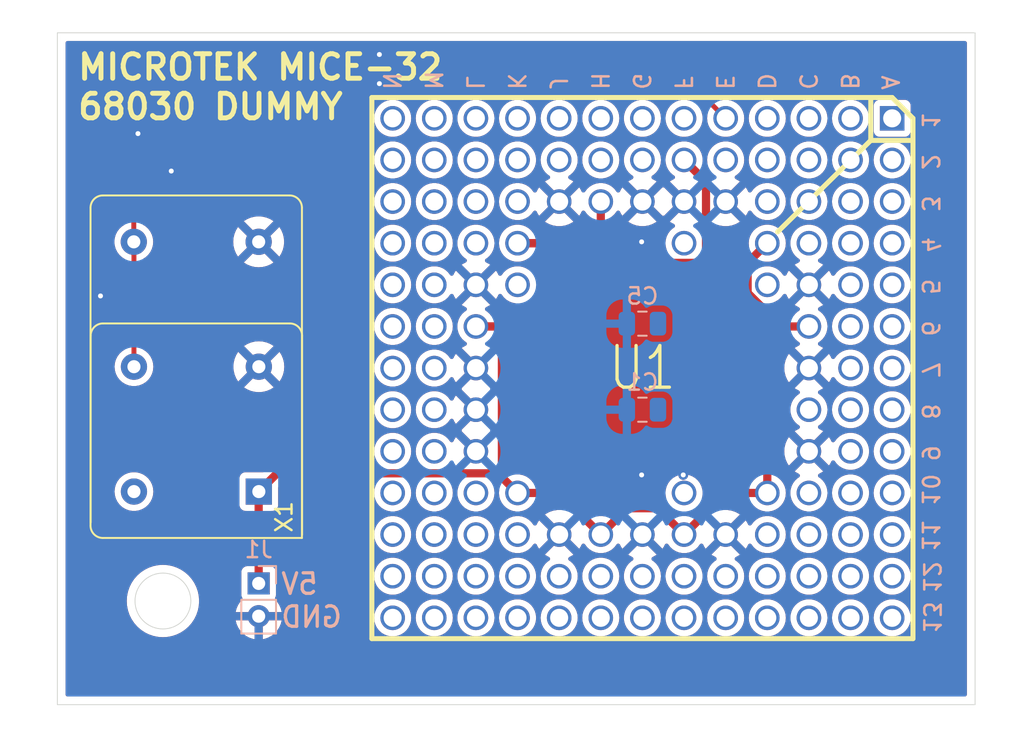
<source format=kicad_pcb>
(kicad_pcb (version 20240108) (generator "pcbnew") (generator_version "8.0")
  (layers (0 "F.Cu" signal) (31 "B.Cu" signal) (34 "B.Paste" user) (35 "F.Paste" user) (36 "B.SilkS" user "B.Silkscreen") (37 "F.SilkS" user "F.Silkscreen") (38 "B.Mask" user) (39 "F.Mask" user) (44 "Edge.Cuts" user))
  (net 0 "")
  (net 1 "GND")
  (net 2 "+5V")
  (net 100 "/CLK")
  (footprint "SockeBooster:Oscillator_DIP-8_DIP-14" (layer "F.Cu") (at 113.294 94.996 90)
    (property "Reference" "X1" (at -1.54 1.54 90) (layer "F.SilkS"))
    (property "Value" "50.350MHZ")
    (fp_line (start 17.32 -10.27) (end -2.08 -10.27) (stroke (width 0.12)) (layer "F.SilkS"))
    (fp_line (start 9.51 -10.26) (end -1.89 -10.26) (stroke (width 0.12)) (layer "F.SilkS"))
    (fp_line (start -2.83 -9.52) (end -2.83 2.63) (stroke (width 0.12)) (layer "F.SilkS"))
    (fp_line (start 18.07 1.88) (end 18.07 -9.52) (stroke (width 0.12)) (layer "F.SilkS"))
    (fp_line (start 10.26 1.89) (end 10.26 -9.51) (stroke (width 0.12)) (layer "F.SilkS"))
    (fp_line (start -2.83 2.63) (end 17.32 2.63) (stroke (width 0.12)) (layer "F.SilkS"))
    (fp_line (start -2.64 2.64) (end 9.51 2.64) (stroke (width 0.12)) (layer "F.SilkS"))
    (fp_arc (start 17.32 -10.27) (mid 17.85033 -10.05033) (end 18.07 -9.52) (stroke (width 0.12)) (layer "F.SilkS"))
    (fp_arc (start 9.51 -10.26) (mid 10.04033 -10.04033) (end 10.26 -9.51) (stroke (width 0.12)) (layer "F.SilkS"))
    (fp_arc (start -2.83 -9.52) (mid -2.61033 -10.05033) (end -2.08 -10.27) (stroke (width 0.12)) (layer "F.SilkS"))
    (fp_arc (start 18.07 1.88) (mid 17.85033 2.41033) (end 17.32 2.63) (stroke (width 0.12)) (layer "F.SilkS"))
    (fp_arc (start 10.26 1.89) (mid 10.04033 2.42033) (end 9.51 2.64) (stroke (width 0.12)) (layer "F.SilkS"))
    (pad "1" thru_hole rect (at 0 0 90) (size 1.6 1.6) (drill 0.8) (layers "*.Cu" "*.Mask") (net 2 "+5V"))
    (pad "4" thru_hole circle (at 7.62 0 90) (size 1.6 1.6) (drill 0.8) (layers "*.Cu" "*.Mask") (net 1 "GND"))
    (pad "4" thru_hole circle (at 15.24 -0.01 90) (size 1.6 1.6) (drill 0.8) (layers "*.Cu" "*.Mask") (net 1 "GND"))
    (pad "5" thru_hole circle (at 7.62 -7.62 90) (size 1.6 1.6) (drill 0.8) (layers "*.Cu" "*.Mask") (net 100 "/CLK"))
    (pad "5" thru_hole circle (at 15.24 -7.63 90) (size 1.6 1.6) (drill 0.8) (layers "*.Cu" "*.Mask") (net 100 "/CLK"))
    (pad "8" thru_hole circle (at 0 -7.62 90) (size 1.6 1.6) (drill 0.8) (layers "*.Cu" "*.Mask") (net 2 "+5V"))
  )
  (footprint "SockeBooster:PGA-128-LgHoles-Labels" (layer "F.Cu") (at 136.7 87.46 180)
    (property "Reference" "U1" (at 0 0 0) (layer "F.SilkS") (effects (font (size 2.54 2.032) (thickness 0.2032))))
    (property "Value" "MC68030RC_PGA" (hide yes))
    (fp_line (start 16.51 16.51) (end 16.51 -16.51) (stroke (width 0.3048)) (layer "F.SilkS"))
    (fp_line (start 16.51 -16.51) (end -16.51 -16.51) (stroke (width 0.3048)) (layer "F.SilkS"))
    (fp_line (start -13.932776 16.43165) (end -13.932776 13.89165) (stroke (width 0.3048)) (layer "F.SilkS"))
    (fp_line (start -13.932776 13.89165) (end -8.255651 8.313437) (stroke (width 0.3048)) (layer "F.SilkS"))
    (fp_line (start -15.24 16.51) (end 16.51 16.51) (stroke (width 0.3048)) (layer "F.SilkS"))
    (fp_line (start -15.24 16.51) (end -16.51 15.24) (stroke (width 0.3048)) (layer "F.SilkS"))
    (fp_line (start -16.472776 13.89165) (end -13.932776 13.89165) (stroke (width 0.3048)) (layer "F.SilkS"))
    (fp_line (start -16.51 -16.51) (end -16.51 15.24) (stroke (width 0.3048)) (layer "F.SilkS"))
    (fp_text user "5" (at -16.984585 4.384618 -90) (layer "B.SilkS") (effects (font (thickness 0.153)) (justify left bottom mirror)))
    (fp_text user "E" (at -4.429565 16.890235 -90) (layer "B.SilkS") (effects (font (thickness 0.153)) (justify left bottom mirror)))
    (fp_text user "13" (at -17.068975 -16.257638 -90) (layer "B.SilkS") (effects (font (thickness 0.153)) (justify left bottom mirror)))
    (fp_text user "D" (at -6.969565 16.890235 -90) (layer "B.SilkS") (effects (font (thickness 0.153)) (justify left bottom mirror)))
    (fp_text user "H" (at 3.190435 16.890235 -90) (layer "B.SilkS") (effects (font (thickness 0.153)) (justify left bottom mirror)))
    (fp_text user "L" (at 10.810435 16.890235 -90) (layer "B.SilkS") (effects (font (thickness 0.153)) (justify left bottom mirror)))
    (fp_text user "4" (at -16.984585 6.924618 -90) (layer "B.SilkS") (effects (font (thickness 0.153)) (justify left bottom mirror)))
    (fp_text user "10" (at -16.984585 -8.466 -90) (layer "B.SilkS") (effects (font (thickness 0.153)) (justify left bottom mirror)))
    (fp_text user "3" (at -16.984585 9.464618 -90) (layer "B.SilkS") (effects (font (thickness 0.153)) (justify left bottom mirror)))
    (fp_text user "11" (at -16.984585 -11.26 -90) (layer "B.SilkS") (effects (font (thickness 0.153)) (justify left bottom mirror)))
    (fp_text user "C" (at -9.509565 16.890235 -90) (layer "B.SilkS") (effects (font (thickness 0.153)) (justify left bottom mirror)))
    (fp_text user "9" (at -16.984585 -5.775382 -90) (layer "B.SilkS") (effects (font (thickness 0.153)) (justify left bottom mirror)))
    (fp_text user "7" (at -16.984585 -0.695382 -90) (layer "B.SilkS") (effects (font (thickness 0.153)) (justify left bottom mirror)))
    (fp_text user "G" (at 0.650435 16.890235 -90) (layer "B.SilkS") (effects (font (thickness 0.153)) (justify left bottom mirror)))
    (fp_text user "6" (at -16.984585 1.844618 -90) (layer "B.SilkS") (effects (font (thickness 0.153)) (justify left bottom mirror)))
    (fp_text user "K" (at 8.270435 16.890235 -90) (layer "B.SilkS") (effects (font (thickness 0.153)) (justify left bottom mirror)))
    (fp_text user "M" (at 13.350435 16.890235 -90) (layer "B.SilkS") (effects (font (thickness 0.153)) (justify left bottom mirror)))
    (fp_text user "B" (at -12.049565 16.890235 -90) (layer "B.SilkS") (effects (font (thickness 0.153)) (justify left bottom mirror)))
    (fp_text user "1" (at -16.984585 14.544618 -90) (layer "B.SilkS") (effects (font (thickness 0.153)) (justify left bottom mirror)))
    (fp_text user "12" (at -17.066 -13.8 -90) (layer "B.SilkS") (effects (font (thickness 0.153)) (justify left bottom mirror)))
    (fp_text user "2" (at -16.984585 12.004618 -90) (layer "B.SilkS") (effects (font (thickness 0.153)) (justify left bottom mirror)))
    (fp_text user "A" (at -14.514565 16.890235 -90) (layer "B.SilkS") (effects (font (thickness 0.153)) (justify left bottom mirror)))
    (fp_text user "F" (at -1.889565 16.890235 -90) (layer "B.SilkS") (effects (font (thickness 0.153)) (justify left bottom mirror)))
    (fp_text user "8" (at -16.984585 -3.235382 -90) (layer "B.SilkS") (effects (font (thickness 0.153)) (justify left bottom mirror)))
    (fp_text user "J" (at 5.730435 16.890235 -90) (layer "B.SilkS") (effects (font (thickness 0.153)) (justify left bottom mirror)))
    (fp_text user "N" (at 15.890435 16.890235 -90) (layer "B.SilkS") (effects (font (thickness 0.153)) (justify left bottom mirror)))
    (pad "A1" thru_hole rect (at -15.24 15.24 90) (size 1.5 1.5) (drill 1.1) (layers "*.Cu" "*.Mask"))
    (pad "A2" thru_hole circle (at -15.24 12.7 90) (size 1.5 1.5) (drill 1.1) (layers "*.Cu" "*.Mask"))
    (pad "A3" thru_hole circle (at -15.24 10.16 90) (size 1.5 1.5) (drill 1.1) (layers "*.Cu" "*.Mask"))
    (pad "A4" thru_hole circle (at -15.24 7.62 90) (size 1.5 1.5) (drill 1.1) (layers "*.Cu" "*.Mask"))
    (pad "A5" thru_hole circle (at -15.24 5.08 90) (size 1.5 1.5) (drill 1.1) (layers "*.Cu" "*.Mask"))
    (pad "A6" thru_hole circle (at -15.24 2.54 90) (size 1.5 1.5) (drill 1.1) (layers "*.Cu" "*.Mask"))
    (pad "A7" thru_hole circle (at -15.24 0 90) (size 1.5 1.5) (drill 1.1) (layers "*.Cu" "*.Mask"))
    (pad "A8" thru_hole circle (at -15.24 -2.54 90) (size 1.5 1.5) (drill 1.1) (layers "*.Cu" "*.Mask"))
    (pad "A9" thru_hole circle (at -15.24 -5.08 90) (size 1.5 1.5) (drill 1.1) (layers "*.Cu" "*.Mask"))
    (pad "A10" thru_hole circle (at -15.24 -7.62 90) (size 1.5 1.5) (drill 1.1) (layers "*.Cu" "*.Mask"))
    (pad "A11" thru_hole circle (at -15.24 -10.16 90) (size 1.5 1.5) (drill 1.1) (layers "*.Cu" "*.Mask"))
    (pad "A12" thru_hole circle (at -15.24 -12.7 90) (size 1.5 1.5) (drill 1.1) (layers "*.Cu" "*.Mask"))
    (pad "A13" thru_hole circle (at -15.24 -15.24 90) (size 1.5 1.5) (drill 1.1) (layers "*.Cu" "*.Mask"))
    (pad "B1" thru_hole circle (at -12.7 15.24 90) (size 1.5 1.5) (drill 1.1) (layers "*.Cu" "*.Mask"))
    (pad "B2" thru_hole circle (at -12.7 12.7 90) (size 1.5 1.5) (drill 1.1) (layers "*.Cu" "*.Mask"))
    (pad "B3" thru_hole circle (at -12.7 10.16 90) (size 1.5 1.5) (drill 1.1) (layers "*.Cu" "*.Mask"))
    (pad "B4" thru_hole circle (at -12.7 7.62 90) (size 1.5 1.5) (drill 1.1) (layers "*.Cu" "*.Mask"))
    (pad "B5" thru_hole circle (at -12.7 5.08 90) (size 1.5 1.5) (drill 1.1) (layers "*.Cu" "*.Mask"))
    (pad "B6" thru_hole circle (at -12.7 2.54 90) (size 1.5 1.5) (drill 1.1) (layers "*.Cu" "*.Mask"))
    (pad "B7" thru_hole circle (at -12.7 0 90) (size 1.5 1.5) (drill 1.1) (layers "*.Cu" "*.Mask"))
    (pad "B8" thru_hole circle (at -12.7 -2.54 90) (size 1.5 1.5) (drill 1.1) (layers "*.Cu" "*.Mask"))
    (pad "B9" thru_hole circle (at -12.7 -5.08 90) (size 1.5 1.5) (drill 1.1) (layers "*.Cu" "*.Mask"))
    (pad "B10" thru_hole circle (at -12.7 -7.62 90) (size 1.5 1.5) (drill 1.1) (layers "*.Cu" "*.Mask"))
    (pad "B11" thru_hole circle (at -12.7 -10.16 90) (size 1.5 1.5) (drill 1.1) (layers "*.Cu" "*.Mask"))
    (pad "B12" thru_hole circle (at -12.7 -12.7 90) (size 1.5 1.5) (drill 1.1) (layers "*.Cu" "*.Mask"))
    (pad "B13" thru_hole circle (at -12.7 -15.24 90) (size 1.5 1.5) (drill 1.1) (layers "*.Cu" "*.Mask"))
    (pad "C1" thru_hole circle (at -10.16 15.24 90) (size 1.5 1.5) (drill 1.1) (layers "*.Cu" "*.Mask"))
    (pad "C2" thru_hole circle (at -10.16 12.7 90) (size 1.5 1.5) (drill 1.1) (layers "*.Cu" "*.Mask"))
    (pad "C3" thru_hole circle (at -10.16 10.16 90) (size 1.5 1.5) (drill 1.1) (layers "*.Cu" "*.Mask"))
    (pad "C4" thru_hole circle (at -10.16 7.62 90) (size 1.5 1.5) (drill 1.1) (layers "*.Cu" "*.Mask"))
    (pad "C5" thru_hole circle (at -10.16 5.08 90) (size 1.5 1.5) (drill 1.1) (layers "*.Cu" "*.Mask") (net 1 "GND"))
    (pad "C6" thru_hole circle (at -10.16 2.54 90) (size 1.5 1.5) (drill 1.1) (layers "*.Cu" "*.Mask") (net 2 "+5V"))
    (pad "C7" thru_hole circle (at -10.16 0 90) (size 1.5 1.5) (drill 1.1) (layers "*.Cu" "*.Mask") (net 1 "GND"))
    (pad "C8" thru_hole circle (at -10.16 -2.54 90) (size 1.5 1.5) (drill 1.1) (layers "*.Cu" "*.Mask"))
    (pad "C9" thru_hole circle (at -10.16 -5.08 90) (size 1.5 1.5) (drill 1.1) (layers "*.Cu" "*.Mask") (net 1 "GND"))
    (pad "C10" thru_hole circle (at -10.16 -7.62 90) (size 1.5 1.5) (drill 1.1) (layers "*.Cu" "*.Mask"))
    (pad "C11" thru_hole circle (at -10.16 -10.16 90) (size 1.5 1.5) (drill 1.1) (layers "*.Cu" "*.Mask"))
    (pad "C12" thru_hole circle (at -10.16 -12.7 90) (size 1.5 1.5) (drill 1.1) (layers "*.Cu" "*.Mask"))
    (pad "C13" thru_hole circle (at -10.16 -15.24 90) (size 1.5 1.5) (drill 1.1) (layers "*.Cu" "*.Mask"))
    (pad "D1" thru_hole circle (at -7.62 15.24 90) (size 1.5 1.5) (drill 1.1) (layers "*.Cu" "*.Mask"))
    (pad "D2" thru_hole circle (at -7.62 12.7 90) (size 1.5 1.5) (drill 1.1) (layers "*.Cu" "*.Mask"))
    (pad "D3" thru_hole circle (at -7.62 10.16 90) (size 1.5 1.5) (drill 1.1) (layers "*.Cu" "*.Mask"))
    (pad "D4" thru_hole circle (at -7.62 7.62 90) (size 1.5 1.5) (drill 1.1) (layers "*.Cu" "*.Mask") (net 2 "+5V"))
    (pad "D5" thru_hole circle (at -7.62 5.08 90) (size 1.5 1.5) (drill 1.1) (layers "*.Cu" "*.Mask"))
    (pad "D10" thru_hole circle (at -7.62 -7.62 90) (size 1.5 1.5) (drill 1.1) (layers "*.Cu" "*.Mask") (net 2 "+5V"))
    (pad "D11" thru_hole circle (at -7.62 -10.16 90) (size 1.5 1.5) (drill 1.1) (layers "*.Cu" "*.Mask"))
    (pad "D12" thru_hole circle (at -7.62 -12.7 90) (size 1.5 1.5) (drill 1.1) (layers "*.Cu" "*.Mask"))
    (pad "D13" thru_hole circle (at -7.62 -15.24 90) (size 1.5 1.5) (drill 1.1) (layers "*.Cu" "*.Mask"))
    (pad "E1" thru_hole circle (at -5.08 15.24 90) (size 1.5 1.5) (drill 1.1) (layers "*.Cu" "*.Mask") (net 100 "/CLK"))
    (pad "E2" thru_hole circle (at -5.08 12.7 90) (size 1.5 1.5) (drill 1.1) (layers "*.Cu" "*.Mask"))
    (pad "E3" thru_hole circle (at -5.08 10.16 90) (size 1.5 1.5) (drill 1.1) (layers "*.Cu" "*.Mask") (net 1 "GND"))
    (pad "E11" thru_hole circle (at -5.08 -10.16 90) (size 1.5 1.5) (drill 1.1) (layers "*.Cu" "*.Mask") (net 1 "GND"))
    (pad "E12" thru_hole circle (at -5.08 -12.7 90) (size 1.5 1.5) (drill 1.1) (layers "*.Cu" "*.Mask"))
    (pad "E13" thru_hole circle (at -5.08 -15.24 90) (size 1.5 1.5) (drill 1.1) (layers "*.Cu" "*.Mask"))
    (pad "F1" thru_hole circle (at -2.54 15.24 90) (size 1.5 1.5) (drill 1.1) (layers "*.Cu" "*.Mask"))
    (pad "F2" thru_hole circle (at -2.54 12.7 90) (size 1.5 1.5) (drill 1.1) (layers "*.Cu" "*.Mask") (net 2 "+5V"))
    (pad "F3" thru_hole circle (at -2.54 10.16 90) (size 1.5 1.5) (drill 1.1) (layers "*.Cu" "*.Mask") (net 1 "GND"))
    (pad "F4" thru_hole circle (at -2.54 7.62 90) (size 1.5 1.5) (drill 1.1) (layers "*.Cu" "*.Mask"))
    (pad "F10" thru_hole circle (at -2.54 -7.62 90) (size 1.5 1.5) (drill 1.1) (layers "*.Cu" "*.Mask"))
    (pad "F11" thru_hole circle (at -2.54 -10.16 90) (size 1.5 1.5) (drill 1.1) (layers "*.Cu" "*.Mask") (net 2 "+5V"))
    (pad "F12" thru_hole circle (at -2.54 -12.7 90) (size 1.5 1.5) (drill 1.1) (layers "*.Cu" "*.Mask"))
    (pad "F13" thru_hole circle (at -2.54 -15.24 90) (size 1.5 1.5) (drill 1.1) (layers "*.Cu" "*.Mask"))
    (pad "G1" thru_hole circle (at 0 15.24 90) (size 1.5 1.5) (drill 1.1) (layers "*.Cu" "*.Mask"))
    (pad "G2" thru_hole circle (at 0 12.7 90) (size 1.5 1.5) (drill 1.1) (layers "*.Cu" "*.Mask"))
    (pad "G3" thru_hole circle (at 0 10.16 90) (size 1.5 1.5) (drill 1.1) (layers "*.Cu" "*.Mask") (net 1 "GND"))
    (pad "G11" thru_hole circle (at 0 -10.16 90) (size 1.5 1.5) (drill 1.1) (layers "*.Cu" "*.Mask") (net 1 "GND"))
    (pad "G12" thru_hole circle (at 0 -12.7 90) (size 1.5 1.5) (drill 1.1) (layers "*.Cu" "*.Mask"))
    (pad "G13" thru_hole circle (at 0 -15.24 90) (size 1.5 1.5) (drill 1.1) (layers "*.Cu" "*.Mask"))
    (pad "H1" thru_hole circle (at 2.54 15.24 90) (size 1.5 1.5) (drill 1.1) (layers "*.Cu" "*.Mask"))
    (pad "H2" thru_hole circle (at 2.54 12.7 90) (size 1.5 1.5) (drill 1.1) (layers "*.Cu" "*.Mask"))
    (pad "H3" thru_hole circle (at 2.54 10.16 90) (size 1.5 1.5) (drill 1.1) (layers "*.Cu" "*.Mask") (net 2 "+5V"))
    (pad "H11" thru_hole circle (at 2.54 -10.16 90) (size 1.5 1.5) (drill 1.1) (layers "*.Cu" "*.Mask") (net 2 "+5V"))
    (pad "H12" thru_hole circle (at 2.54 -12.7 90) (size 1.5 1.5) (drill 1.1) (layers "*.Cu" "*.Mask"))
    (pad "H13" thru_hole circle (at 2.54 -15.24 90) (size 1.5 1.5) (drill 1.1) (layers "*.Cu" "*.Mask"))
    (pad "J1" thru_hole circle (at 5.08 15.24 90) (size 1.5 1.5) (drill 1.1) (layers "*.Cu" "*.Mask"))
    (pad "J2" thru_hole circle (at 5.08 12.7 90) (size 1.5 1.5) (drill 1.1) (layers "*.Cu" "*.Mask"))
    (pad "J3" thru_hole circle (at 5.08 10.16 90) (size 1.5 1.5) (drill 1.1) (layers "*.Cu" "*.Mask") (net 1 "GND"))
    (pad "J11" thru_hole circle (at 5.08 -10.16 90) (size 1.5 1.5) (drill 1.1) (layers "*.Cu" "*.Mask") (net 1 "GND"))
    (pad "J12" thru_hole circle (at 5.08 -12.7 90) (size 1.5 1.5) (drill 1.1) (layers "*.Cu" "*.Mask"))
    (pad "J13" thru_hole circle (at 5.08 -15.24 90) (size 1.5 1.5) (drill 1.1) (layers "*.Cu" "*.Mask"))
    (pad "K1" thru_hole circle (at 7.62 15.24 90) (size 1.5 1.5) (drill 1.1) (layers "*.Cu" "*.Mask"))
    (pad "K2" thru_hole circle (at 7.62 12.7 90) (size 1.5 1.5) (drill 1.1) (layers "*.Cu" "*.Mask"))
    (pad "K3" thru_hole circle (at 7.62 10.16 90) (size 1.5 1.5) (drill 1.1) (layers "*.Cu" "*.Mask"))
    (pad "K4" thru_hole circle (at 7.62 7.62 90) (size 1.5 1.5) (drill 1.1) (layers "*.Cu" "*.Mask") (net 2 "+5V"))
    (pad "K5" thru_hole circle (at 7.62 5.08 90) (size 1.5 1.5) (drill 1.1) (layers "*.Cu" "*.Mask"))
    (pad "K10" thru_hole circle (at 7.62 -7.62 90) (size 1.5 1.5) (drill 1.1) (layers "*.Cu" "*.Mask") (net 2 "+5V"))
    (pad "K11" thru_hole circle (at 7.62 -10.16 90) (size 1.5 1.5) (drill 1.1) (layers "*.Cu" "*.Mask"))
    (pad "K12" thru_hole circle (at 7.62 -12.7 90) (size 1.5 1.5) (drill 1.1) (layers "*.Cu" "*.Mask"))
    (pad "K13" thru_hole circle (at 7.62 -15.24 90) (size 1.5 1.5) (drill 1.1) (layers "*.Cu" "*.Mask"))
    (pad "L1" thru_hole circle (at 10.16 15.24 90) (size 1.5 1.5) (drill 1.1) (layers "*.Cu" "*.Mask"))
    (pad "L2" thru_hole circle (at 10.16 12.7 90) (size 1.5 1.5) (drill 1.1) (layers "*.Cu" "*.Mask"))
    (pad "L3" thru_hole circle (at 10.16 10.16 90) (size 1.5 1.5) (drill 1.1) (layers "*.Cu" "*.Mask"))
    (pad "L4" thru_hole circle (at 10.16 7.62 90) (size 1.5 1.5) (drill 1.1) (layers "*.Cu" "*.Mask"))
    (pad "L5" thru_hole circle (at 10.16 5.08 90) (size 1.5 1.5) (drill 1.1) (layers "*.Cu" "*.Mask") (net 1 "GND"))
    (pad "L6" thru_hole circle (at 10.16 2.54 90) (size 1.5 1.5) (drill 1.1) (layers "*.Cu" "*.Mask") (net 2 "+5V"))
    (pad "L7" thru_hole circle (at 10.16 0 90) (size 1.5 1.5) (drill 1.1) (layers "*.Cu" "*.Mask") (net 1 "GND"))
    (pad "L8" thru_hole circle (at 10.16 -2.54 90) (size 1.5 1.5) (drill 1.1) (layers "*.Cu" "*.Mask") (net 1 "GND"))
    (pad "L9" thru_hole circle (at 10.16 -5.08 90) (size 1.5 1.5) (drill 1.1) (layers "*.Cu" "*.Mask") (net 1 "GND"))
    (pad "L10" thru_hole circle (at 10.16 -7.62 90) (size 1.5 1.5) (drill 1.1) (layers "*.Cu" "*.Mask"))
    (pad "L11" thru_hole circle (at 10.16 -10.16 90) (size 1.5 1.5) (drill 1.1) (layers "*.Cu" "*.Mask"))
    (pad "L12" thru_hole circle (at 10.16 -12.7 90) (size 1.5 1.5) (drill 1.1) (layers "*.Cu" "*.Mask"))
    (pad "L13" thru_hole circle (at 10.16 -15.24 90) (size 1.5 1.5) (drill 1.1) (layers "*.Cu" "*.Mask"))
    (pad "M1" thru_hole circle (at 12.7 15.24 90) (size 1.5 1.5) (drill 1.1) (layers "*.Cu" "*.Mask"))
    (pad "M2" thru_hole circle (at 12.7 12.7 90) (size 1.5 1.5) (drill 1.1) (layers "*.Cu" "*.Mask"))
    (pad "M3" thru_hole circle (at 12.7 10.16 90) (size 1.5 1.5) (drill 1.1) (layers "*.Cu" "*.Mask"))
    (pad "M4" thru_hole circle (at 12.7 7.62 90) (size 1.5 1.5) (drill 1.1) (layers "*.Cu" "*.Mask"))
    (pad "M5" thru_hole circle (at 12.7 5.08 90) (size 1.5 1.5) (drill 1.1) (layers "*.Cu" "*.Mask"))
    (pad "M6" thru_hole circle (at 12.7 2.54 90) (size 1.5 1.5) (drill 1.1) (layers "*.Cu" "*.Mask"))
    (pad "M7" thru_hole circle (at 12.7 0 90) (size 1.5 1.5) (drill 1.1) (layers "*.Cu" "*.Mask"))
    (pad "M8" thru_hole circle (at 12.7 -2.54 90) (size 1.5 1.5) (drill 1.1) (layers "*.Cu" "*.Mask"))
    (pad "M9" thru_hole circle (at 12.7 -5.08 90) (size 1.5 1.5) (drill 1.1) (layers "*.Cu" "*.Mask"))
    (pad "M10" thru_hole circle (at 12.7 -7.62 90) (size 1.5 1.5) (drill 1.1) (layers "*.Cu" "*.Mask"))
    (pad "M11" thru_hole circle (at 12.7 -10.16 90) (size 1.5 1.5) (drill 1.1) (layers "*.Cu" "*.Mask"))
    (pad "M12" thru_hole circle (at 12.7 -12.7 90) (size 1.5 1.5) (drill 1.1) (layers "*.Cu" "*.Mask"))
    (pad "M13" thru_hole circle (at 12.7 -15.24 90) (size 1.5 1.5) (drill 1.1) (layers "*.Cu" "*.Mask"))
    (pad "N1" thru_hole circle (at 15.24 15.24 90) (size 1.5 1.5) (drill 1.1) (layers "*.Cu" "*.Mask"))
    (pad "N2" thru_hole circle (at 15.24 12.7 90) (size 1.5 1.5) (drill 1.1) (layers "*.Cu" "*.Mask"))
    (pad "N3" thru_hole circle (at 15.24 10.16 90) (size 1.5 1.5) (drill 1.1) (layers "*.Cu" "*.Mask"))
    (pad "N4" thru_hole circle (at 15.24 7.62 90) (size 1.5 1.5) (drill 1.1) (layers "*.Cu" "*.Mask"))
    (pad "N5" thru_hole circle (at 15.24 5.08 90) (size 1.5 1.5) (drill 1.1) (layers "*.Cu" "*.Mask"))
    (pad "N6" thru_hole circle (at 15.24 2.54 90) (size 1.5 1.5) (drill 1.1) (layers "*.Cu" "*.Mask"))
    (pad "N7" thru_hole circle (at 15.24 0 90) (size 1.5 1.5) (drill 1.1) (layers "*.Cu" "*.Mask"))
    (pad "N8" thru_hole circle (at 15.24 -2.54 90) (size 1.5 1.5) (drill 1.1) (layers "*.Cu" "*.Mask"))
    (pad "N9" thru_hole circle (at 15.24 -5.08 90) (size 1.5 1.5) (drill 1.1) (layers "*.Cu" "*.Mask"))
    (pad "N10" thru_hole circle (at 15.24 -7.62 90) (size 1.5 1.5) (drill 1.1) (layers "*.Cu" "*.Mask"))
    (pad "N11" thru_hole circle (at 15.24 -10.16 90) (size 1.5 1.5) (drill 1.1) (layers "*.Cu" "*.Mask"))
    (pad "N12" thru_hole circle (at 15.24 -12.7 90) (size 1.5 1.5) (drill 1.1) (layers "*.Cu" "*.Mask"))
    (pad "N13" thru_hole circle (at 15.24 -15.24 90) (size 1.5 1.5) (drill 1.1) (layers "*.Cu" "*.Mask"))
  )
  (footprint "Capacitor_SMD:C_0805_2012Metric" (layer "B.Cu") (at 136.7 90 180)
    (property "Reference" "C1" (at 0 1.68 0) (layer "B.SilkS") (effects (justify mirror)))
    (property "Value" "22uF")
    (fp_line (start 0.261252 0.735) (end -0.261252 0.735) (stroke (width 0.12)) (layer "B.SilkS"))
    (fp_line (start 0.261252 -0.735) (end -0.261252 -0.735) (stroke (width 0.12)) (layer "B.SilkS"))
    (pad "1" smd roundrect (at -0.95 0 180) (size 1 1.45) (layers "B.Cu" "B.Paste" "B.Mask") (net 2 "+5V"))
    (pad "2" smd roundrect (at 0.95 0 180) (size 1 1.45) (layers "B.Cu" "B.Paste" "B.Mask") (net 1 "GND"))
  )
  (footprint "Connector_PinHeader_2.00mm:PinHeader_1x02_P2.00mm_Vertical" (layer "B.Cu") (at 113.284 100.6 180)
    (property "Reference" "J1" (at 0 2.06 0) (layer "B.SilkS") (effects (justify mirror)))
    (property "Value" "Conn_01x02_Socket")
    (fp_line (start 1.06 -1) (end -1.06 -1) (stroke (width 0.12)) (layer "B.SilkS"))
    (fp_line (start 1.06 -3.06) (end 1.06 -1) (stroke (width 0.12)) (layer "B.SilkS"))
    (fp_line (start 1.06 -3.06) (end -1.06 -3.06) (stroke (width 0.12)) (layer "B.SilkS"))
    (fp_line (start 0 1.06) (end -1.06 1.06) (stroke (width 0.12)) (layer "B.SilkS"))
    (fp_line (start -1.06 1.06) (end -1.06 0) (stroke (width 0.12)) (layer "B.SilkS"))
    (fp_line (start -1.06 -3.06) (end -1.06 -1) (stroke (width 0.12)) (layer "B.SilkS"))
    (pad "1" thru_hole rect (at 0 0 180) (size 1.35 1.35) (drill 0.8) (layers "*.Cu" "*.Mask") (net 2 "+5V"))
    (pad "2" thru_hole oval (at 0 -2 180) (size 1.35 1.35) (drill 0.8) (layers "*.Cu" "*.Mask") (net 1 "GND"))
  )
  (footprint "Capacitor_SMD:C_0805_2012Metric" (layer "B.Cu") (at 136.7 84.75 180)
    (property "Reference" "C5" (at 0 1.68 0) (layer "B.SilkS") (effects (justify mirror)))
    (property "Value" "22uF")
    (fp_line (start 0.261252 0.735) (end -0.261252 0.735) (stroke (width 0.12)) (layer "B.SilkS"))
    (fp_line (start 0.261252 -0.735) (end -0.261252 -0.735) (stroke (width 0.12)) (layer "B.SilkS"))
    (pad "1" smd roundrect (at -0.95 0 180) (size 1 1.45) (layers "B.Cu" "B.Paste" "B.Mask") (net 2 "+5V"))
    (pad "2" smd roundrect (at 0.95 0 180) (size 1 1.45) (layers "B.Cu" "B.Paste" "B.Mask") (net 1 "GND"))
  )
  (gr_rect (start 101 67) (end 157 108) (stroke (width 0.05)) (fill none) (layer "Edge.Cuts"))
  (gr_circle (center 107.442 101.674117) (end 106.68 103.198117) (stroke (width 0.05)) (fill none) (layer "Edge.Cuts"))
  (gr_text "5V\nGND" (at 114.554 103.378 0) (layer "B.SilkS") (effects (font (size 1.25 1.2) (thickness 0.2) (bold yes)) (justify right bottom mirror)))
  (gr_text "MICROTEK MICE-32 \n68030 DUMMY" (at 102.108 72.39 0) (layer "F.SilkS") (effects (font (size 1.5 1.5) (thickness 0.3)) (justify left bottom)))
  (via (at 120.65 70.104) (size 0.6) (drill 0.3) (layers "F.Cu" "B.Cu") (net 1))
  (via (at 139.192 79.756) (size 0.6) (drill 0.3) (layers "F.Cu" "B.Cu") (net 1))
  (via (at 105.918 73.152) (size 0.6) (drill 0.3) (layers "F.Cu" "B.Cu") (net 1))
  (via (at 136.652 93.98) (size 0.6) (drill 0.3) (layers "F.Cu" "B.Cu") (net 1))
  (via (at 120.65 68.326) (size 0.6) (drill 0.3) (layers "F.Cu" "B.Cu") (net 1))
  (via (at 107.95 75.438) (size 0.6) (drill 0.3) (layers "F.Cu" "B.Cu") (net 1))
  (via (at 136.652 79.756) (size 0.6) (drill 0.3) (layers "F.Cu" "B.Cu") (net 1))
  (via (at 139.192 93.98) (size 0.6) (drill 0.3) (layers "F.Cu" "B.Cu") (net 1))
  (via (at 103.632 83.058) (size 0.6) (drill 0.3) (layers "F.Cu" "B.Cu") (net 1))
  (segment (start 128.125 85.029) (end 128.125 94.125) (width 0.5) (layer "F.Cu") (net 2))
  (segment (start 114.41 93.88) (end 127.88 93.88) (width 0.5) (layer "F.Cu") (net 2))
  (segment (start 140.58 80.904) (end 140.58 76.1) (width 0.5) (layer "F.Cu") (net 2))
  (segment (start 140.716 81.04) (end 140.58 80.904) (width 0.5) (layer "F.Cu") (net 2))
  (segment (start 131.62 95.08) (end 134.16 97.62) (width 0.5) (layer "F.Cu") (net 2))
  (segment (start 141.78 95.08) (end 144.32 95.08) (width 0.5) (layer "F.Cu") (net 2))
  (segment (start 126.54 84.92) (end 128.016 84.92) (width 0.5) (layer "F.Cu") (net 2))
  (segment (start 129.08 95.08) (end 131.62 95.08) (width 0.5) (layer "F.Cu") (net 2))
  (segment (start 143.12 82.877057) (end 143.12 81.04) (width 0.5) (layer "F.Cu") (net 2))
  (segment (start 135.768 96.012) (end 137.632 96.012) (width 0.5) (layer "F.Cu") (net 2))
  (segment (start 128.016 84.92) (end 128.125 85.029) (width 0.5) (layer "F.Cu") (net 2))
  (segment (start 143.12 81.04) (end 140.716 81.04) (width 0.5) (layer "F.Cu") (net 2))
  (segment (start 129.08 79.84) (end 134.124 79.84) (width 0.5) (layer "F.Cu") (net 2))
  (segment (start 134.16 79.804) (end 134.16 78.486) (width 0.5) (layer "F.Cu") (net 2))
  (segment (start 145.162943 84.92) (end 143.12 82.877057) (width 0.5) (layer "F.Cu") (net 2))
  (segment (start 130.556 79.84) (end 130.556 83.058) (width 0.5) (layer "F.Cu") (net 2))
  (segment (start 134.16 78.486) (end 134.16 77.3) (width 0.5) (layer "F.Cu") (net 2))
  (segment (start 128.694 84.92) (end 126.54 84.92) (width 0.5) (layer "F.Cu") (net 2))
  (segment (start 139.24 97.62) (end 141.78 95.08) (width 0.5) (layer "F.Cu") (net 2))
  (segment (start 134.16 97.62) (end 135.768 96.012) (width 0.5) (layer "F.Cu") (net 2))
  (segment (start 144.32 85.762943) (end 145.162943 84.92) (width 0.5) (layer "F.Cu") (net 2))
  (segment (start 134.124 79.84) (end 134.16 79.804) (width 0.5) (layer "F.Cu") (net 2))
  (segment (start 146.86 84.92) (end 145.162943 84.92) (width 0.5) (layer "F.Cu") (net 2))
  (segment (start 128.125 94.125) (end 129.08 95.08) (width 0.5) (layer "F.Cu") (net 2))
  (segment (start 137.632 96.012) (end 139.24 97.62) (width 0.5) (layer "F.Cu") (net 2))
  (segment (start 135.396 81.04) (end 134.16 79.804) (width 0.5) (layer "F.Cu") (net 2))
  (segment (start 140.58 76.1) (end 139.24 74.76) (width 0.5) (layer "F.Cu") (net 2))
  (segment (start 129.08 79.84) (end 130.556 79.84) (width 0.5) (layer "F.Cu") (net 2))
  (segment (start 127.88 93.88) (end 128.125 94.125) (width 0.5) (layer "F.Cu") (net 2))
  (segment (start 144.32 95.08) (end 144.32 85.762943) (width 0.5) (layer "F.Cu") (net 2))
  (segment (start 130.556 83.058) (end 128.694 84.92) (width 0.5) (layer "F.Cu") (net 2))
  (segment (start 113.294 94.996) (end 114.41 93.88) (width 0.5) (layer "F.Cu") (net 2))
  (segment (start 113.284 95.006) (end 113.294 94.996) (width 0.5) (layer "F.Cu") (net 2))
  (segment (start 113.284 100.6) (end 113.284 95.006) (width 0.5) (layer "F.Cu") (net 2))
  (segment (start 140.716 81.04) (end 135.396 81.04) (width 0.5) (layer "F.Cu") (net 2))
  (segment (start 143.12 81.04) (end 144.32 79.84) (width 0.5) (layer "F.Cu") (net 2))
  (segment (start 138.902 69.342) (end 112.014 69.342) (width 0.3) (layer "F.Cu") (net 100))
  (segment (start 105.664 75.692) (end 105.664 79.756) (width 0.3) (layer "F.Cu") (net 100))
  (segment (start 105.674 87.376) (end 105.674 79.766) (width 0.3) (layer "F.Cu") (net 100))
  (segment (start 112.014 69.342) (end 105.664 75.692) (width 0.3) (layer "F.Cu") (net 100))
  (segment (start 141.78 72.22) (end 138.902 69.342) (width 0.3) (layer "F.Cu") (net 100))
  (segment (start 105.674 79.766) (end 105.664 79.756) (width 0.3) (layer "F.Cu") (net 100))
  (zone (net 1) (net_name "GND") (layers "F&B.Cu") (connect_pads (clearance 0.38)) (min_thickness 0.25) (fill yes (thermal_gap 0.75) (thermal_bridge_width 0.5))
    (polygon (pts (xy 160 65) (xy 97.5 65) (xy 97.5 110) (xy 160 110)))
  )
)
</source>
